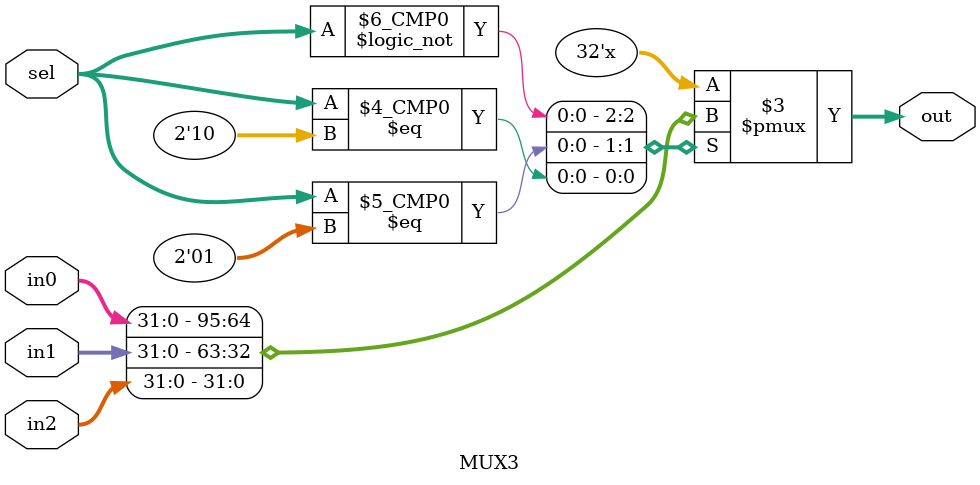
<source format=v>
module MUX3 #(
    parameter WIDTH = 32
)(
    input wire [WIDTH-1:0] in0,
    input wire [WIDTH-1:0] in1,
    input wire [WIDTH-1:0] in2,
    input wire [1:0] sel,
    output reg [WIDTH-1:0] out
);
    always @(*) begin
        case (sel)
            2'b00: out = in0;
            2'b01: out = in1;
            2'b10: out = in2;
            default: out = {WIDTH{1'bx}};
        endcase
    end
endmodule
</source>
